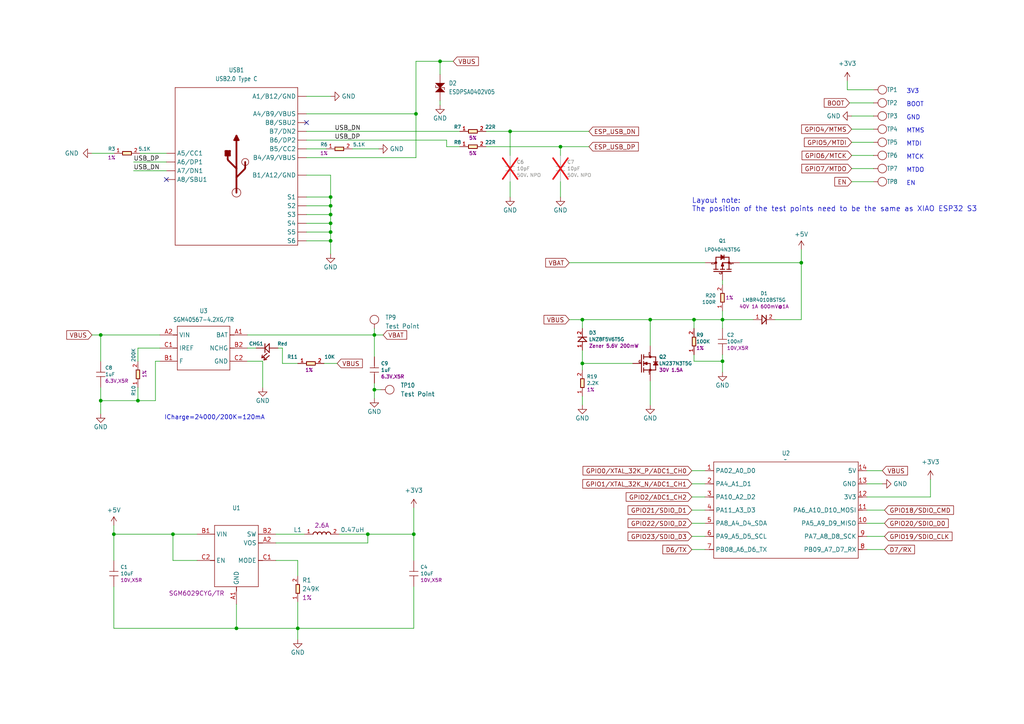
<source format=kicad_sch>
(kicad_sch (version 20250114) (generator "eeschema") (generator_version "9.0")
  (paper "A4")
  (text "MTMS" (at 262.89 38.735 0) (effects (font (size 1.27 1.27)) (justify left bottom)))
  (text "MTDI" (at 262.89 42.545 0) (effects (font (size 1.27 1.27)) (justify left bottom)))
  (text "ICharge=24000/200K=120mA" (at 47.625 121.92 0) (effects (font (size 1.27 1.27)) (justify left bottom)))
  (text "GND" (at 262.89 34.925 0) (effects (font (size 1.27 1.27)) (justify left bottom)))
  (text "MTDO" (at 262.89 50.165 0) (effects (font (size 1.27 1.27)) (justify left bottom)))
  (text "Layout note:\nThe position of the test points need to be the same as XIAO ESP32 S3" (at 200.66 61.595 0) (effects (font (size 1.5 1.5)) (justify left bottom)))
  (text "EN" (at 262.89 53.975 0) (effects (font (size 1.27 1.27)) (justify left bottom)))
  (text "MTCK" (at 262.89 46.355 0) (effects (font (size 1.27 1.27)) (justify left bottom)))
  (text "BOOT" (at 262.89 31.115 0) (effects (font (size 1.27 1.27)) (justify left bottom)))
  (text "3V3" (at 262.89 27.305 0) (effects (font (size 1.27 1.27)) (justify left bottom)))
  (junction (at 95.885 67.31))
  (junction (at 108.585 113.03))
  (junction (at 168.91 92.71))
  (junction (at 209.55 104.775))
  (junction (at 95.885 64.77))
  (junction (at 95.885 59.69))
  (junction (at 108.585 97.155))
  (junction (at 86.36 182.245))
  (junction (at 68.58 182.245))
  (junction (at 147.955 38.1))
  (junction (at 120.65 33.02))
  (junction (at 29.21 116.205))
  (junction (at 33.02 154.94))
  (junction (at 120.015 154.94))
  (junction (at 106.68 154.94))
  (junction (at 232.41 76.2))
  (junction (at 95.885 62.23))
  (junction (at 127.635 17.78))
  (junction (at 95.885 69.85))
  (junction (at 29.21 97.155))
  (junction (at 40.005 116.205))
  (junction (at 209.55 92.71))
  (junction (at 168.91 105.41))
  (junction (at 95.885 57.15))
  (junction (at 201.295 92.71))
  (junction (at 162.56 42.545))
  (junction (at 50.165 154.94))
  (junction (at 188.595 92.71))
  (no_connect (at 48.26 52.07))
  (no_connect (at 88.9 35.56))
  (wire (pts (xy 88.9 45.72) (xy 120.65 45.72)))
  (wire (pts (xy 106.68 157.48) (xy 106.68 154.94)))
  (wire (pts (xy 33.02 152.4) (xy 33.02 154.94)))
  (wire (pts (xy 253.365 48.895) (xy 247.015 48.895)))
  (wire (pts (xy 168.91 101.6) (xy 168.91 105.41)))
  (wire (pts (xy 232.41 72.39) (xy 232.41 76.2)))
  (wire (pts (xy 33.02 154.94) (xy 50.165 154.94)))
  (wire (pts (xy 200.66 151.765) (xy 204.47 151.765)))
  (wire (pts (xy 200.66 136.525) (xy 204.47 136.525)))
  (wire (pts (xy 214.63 76.2) (xy 232.41 76.2)))
  (wire (pts (xy 29.21 97.155) (xy 29.21 104.775)))
  (wire (pts (xy 33.02 170.18) (xy 33.02 182.245)))
  (wire (pts (xy 224.79 92.71) (xy 232.41 92.71)))
  (wire (pts (xy 256.54 151.765) (xy 251.46 151.765)))
  (wire (pts (xy 57.15 162.56) (xy 50.165 162.56)))
  (wire (pts (xy 95.885 57.15) (xy 95.885 59.69)))
  (wire (pts (xy 162.56 42.545) (xy 170.815 42.545)))
  (wire (pts (xy 68.58 182.245) (xy 86.36 182.245)))
  (wire (pts (xy 26.67 97.155) (xy 29.21 97.155)))
  (wire (pts (xy 188.595 110.49) (xy 188.595 117.475)))
  (wire (pts (xy 147.955 38.1) (xy 147.955 45.085)))
  (wire (pts (xy 108.585 113.03) (xy 110.49 113.03)))
  (wire (pts (xy 29.21 97.155) (xy 46.355 97.155)))
  (wire (pts (xy 88.9 57.15) (xy 95.885 57.15)))
  (wire (pts (xy 120.015 170.18) (xy 120.015 182.245)))
  (wire (pts (xy 201.295 102.87) (xy 201.295 104.775)))
  (wire (pts (xy 209.55 81.28) (xy 209.55 82.55)))
  (wire (pts (xy 80.01 154.94) (xy 88.265 154.94)))
  (wire (pts (xy 165.1 92.71) (xy 168.91 92.71)))
  (wire (pts (xy 129.54 40.64) (xy 129.54 42.545)))
  (wire (pts (xy 88.9 69.85) (xy 95.885 69.85)))
  (wire (pts (xy 168.91 105.41) (xy 168.91 107.315)))
  (wire (pts (xy 256.54 159.385) (xy 251.46 159.385)))
  (wire (pts (xy 200.66 159.385) (xy 204.47 159.385)))
  (wire (pts (xy 95.885 62.23) (xy 95.885 64.77)))
  (wire (pts (xy 88.9 62.23) (xy 95.885 62.23)))
  (wire (pts (xy 88.9 27.94) (xy 95.885 27.94)))
  (wire (pts (xy 81.915 100.965) (xy 80.645 100.965)))
  (wire (pts (xy 80.01 162.56) (xy 86.36 162.56)))
  (wire (pts (xy 201.295 92.71) (xy 201.295 95.25)))
  (wire (pts (xy 71.755 104.775) (xy 76.2 104.775)))
  (wire (pts (xy 108.585 95.25) (xy 108.585 97.155)))
  (wire (pts (xy 40.64 44.45) (xy 48.26 44.45)))
  (wire (pts (xy 50.165 162.56) (xy 50.165 154.94)))
  (wire (pts (xy 95.885 69.85) (xy 95.885 73.66)))
  (wire (pts (xy 120.65 17.78) (xy 120.65 33.02)))
  (wire (pts (xy 29.21 116.205) (xy 40.005 116.205)))
  (wire (pts (xy 127.635 17.78) (xy 127.635 21.59)))
  (wire (pts (xy 120.65 45.72) (xy 120.65 33.02)))
  (wire (pts (xy 253.365 45.085) (xy 247.015 45.085)))
  (wire (pts (xy 168.91 92.71) (xy 188.595 92.71)))
  (wire (pts (xy 80.01 157.48) (xy 106.68 157.48)))
  (wire (pts (xy 251.46 140.335) (xy 255.905 140.335)))
  (wire (pts (xy 140.97 42.545) (xy 162.56 42.545)))
  (wire (pts (xy 127.635 29.21) (xy 127.635 30.48)))
  (wire (pts (xy 38.735 46.99) (xy 48.26 46.99)))
  (wire (pts (xy 86.36 182.245) (xy 120.015 182.245)))
  (wire (pts (xy 33.02 182.245) (xy 68.58 182.245)))
  (wire (pts (xy 40.005 100.965) (xy 46.355 100.965)))
  (wire (pts (xy 201.295 104.775) (xy 209.55 104.775)))
  (wire (pts (xy 209.55 90.17) (xy 209.55 92.71)))
  (wire (pts (xy 108.585 111.125) (xy 108.585 113.03)))
  (wire (pts (xy 95.885 50.8) (xy 95.885 57.15)))
  (wire (pts (xy 209.55 92.71) (xy 218.44 92.71)))
  (wire (pts (xy 269.875 144.145) (xy 251.46 144.145)))
  (wire (pts (xy 251.46 136.525) (xy 255.905 136.525)))
  (wire (pts (xy 127.635 17.78) (xy 120.65 17.78)))
  (wire (pts (xy 120.015 147.32) (xy 120.015 154.94)))
  (wire (pts (xy 209.55 104.775) (xy 209.55 107.95)))
  (wire (pts (xy 188.595 92.71) (xy 201.295 92.71)))
  (wire (pts (xy 45.085 104.775) (xy 45.085 116.205)))
  (wire (pts (xy 200.66 140.335) (xy 204.47 140.335)))
  (wire (pts (xy 253.365 52.705) (xy 247.015 52.705)))
  (wire (pts (xy 168.91 92.71) (xy 168.91 95.25)))
  (wire (pts (xy 98.425 154.94) (xy 106.68 154.94)))
  (wire (pts (xy 256.54 155.575) (xy 251.46 155.575)))
  (wire (pts (xy 29.21 112.395) (xy 29.21 116.205)))
  (wire (pts (xy 201.295 92.71) (xy 209.55 92.71)))
  (wire (pts (xy 200.66 147.955) (xy 204.47 147.955)))
  (wire (pts (xy 81.915 105.41) (xy 81.915 100.965)))
  (wire (pts (xy 188.595 92.71) (xy 188.595 100.33)))
  (wire (pts (xy 88.9 43.18) (xy 94.615 43.18)))
  (wire (pts (xy 88.9 50.8) (xy 95.885 50.8)))
  (wire (pts (xy 71.755 97.155) (xy 108.585 97.155)))
  (wire (pts (xy 140.97 38.1) (xy 147.955 38.1)))
  (wire (pts (xy 162.56 52.705) (xy 162.56 57.15)))
  (wire (pts (xy 88.9 59.69) (xy 95.885 59.69)))
  (wire (pts (xy 245.745 23.495) (xy 245.745 26.035)))
  (wire (pts (xy 45.085 116.205) (xy 40.005 116.205)))
  (wire (pts (xy 81.915 105.41) (xy 86.36 105.41)))
  (wire (pts (xy 95.885 67.31) (xy 95.885 69.85)))
  (wire (pts (xy 108.585 113.03) (xy 108.585 115.57)))
  (wire (pts (xy 40.005 104.775) (xy 40.005 100.965)))
  (wire (pts (xy 131.445 17.78) (xy 127.635 17.78)))
  (wire (pts (xy 165.1 76.2) (xy 204.47 76.2)))
  (wire (pts (xy 246.38 29.845) (xy 253.365 29.845)))
  (wire (pts (xy 147.955 52.705) (xy 147.955 57.15)))
  (wire (pts (xy 40.005 112.395) (xy 40.005 116.205)))
  (wire (pts (xy 88.9 38.1) (xy 133.35 38.1)))
  (wire (pts (xy 71.755 100.965) (xy 74.295 100.965)))
  (wire (pts (xy 102.235 43.18) (xy 109.855 43.18)))
  (wire (pts (xy 38.735 49.53) (xy 48.26 49.53)))
  (wire (pts (xy 147.955 38.1) (xy 170.815 38.1)))
  (wire (pts (xy 86.36 162.56) (xy 86.36 167.005)))
  (wire (pts (xy 245.745 26.035) (xy 253.365 26.035)))
  (wire (pts (xy 95.885 64.77) (xy 95.885 67.31)))
  (wire (pts (xy 269.875 139.065) (xy 269.875 144.145)))
  (wire (pts (xy 120.015 154.94) (xy 120.015 162.56)))
  (wire (pts (xy 26.67 44.45) (xy 33.02 44.45)))
  (wire (pts (xy 88.9 33.02) (xy 120.65 33.02)))
  (wire (pts (xy 256.54 147.955) (xy 251.46 147.955)))
  (wire (pts (xy 168.91 105.41) (xy 183.515 105.41)))
  (wire (pts (xy 247.015 33.655) (xy 253.365 33.655)))
  (wire (pts (xy 29.21 116.205) (xy 29.21 120.015)))
  (wire (pts (xy 95.885 59.69) (xy 95.885 62.23)))
  (wire (pts (xy 68.58 175.26) (xy 68.58 182.245)))
  (wire (pts (xy 46.355 104.775) (xy 45.085 104.775)))
  (wire (pts (xy 108.585 97.155) (xy 111.125 97.155)))
  (wire (pts (xy 86.36 174.625) (xy 86.36 182.245)))
  (wire (pts (xy 253.365 37.465) (xy 247.015 37.465)))
  (wire (pts (xy 108.585 97.155) (xy 108.585 103.505)))
  (wire (pts (xy 200.66 155.575) (xy 204.47 155.575)))
  (wire (pts (xy 253.365 41.275) (xy 247.015 41.275)))
  (wire (pts (xy 168.91 114.935) (xy 168.91 117.475)))
  (wire (pts (xy 76.2 104.775) (xy 76.2 112.395)))
  (wire (pts (xy 33.02 154.94) (xy 33.02 162.56)))
  (wire (pts (xy 209.55 102.87) (xy 209.55 104.775)))
  (wire (pts (xy 129.54 42.545) (xy 133.35 42.545)))
  (wire (pts (xy 88.9 67.31) (xy 95.885 67.31)))
  (wire (pts (xy 209.55 92.71) (xy 209.55 95.25)))
  (wire (pts (xy 93.98 105.41) (xy 97.79 105.41)))
  (wire (pts (xy 106.68 154.94) (xy 120.015 154.94)))
  (wire (pts (xy 88.9 64.77) (xy 95.885 64.77)))
  (wire (pts (xy 86.36 182.245) (xy 86.36 185.42)))
  (wire (pts (xy 162.56 42.545) (xy 162.56 45.085)))
  (wire (pts (xy 232.41 76.2) (xy 232.41 92.71)))
  (wire (pts (xy 88.9 40.64) (xy 129.54 40.64)))
  (wire (pts (xy 200.66 144.145) (xy 204.47 144.145)))
  (wire (pts (xy 50.165 154.94) (xy 57.15 154.94)))
  (label "USB_DN" (at 97.028 38.1 0))
  (label "USB_DN" (at 38.735 49.53 0))
  (label "USB_DP" (at 38.735 46.99 0))
  (label "USB_DP" (at 97.028 40.64 0))
  (global_label "GPIO20{slash}SDIO_D0" (shape input) (at 256.54 151.765 0) (property "Intersheetrefs" "${INTERSHEET_REFS}" (effects (hide yes))))
  (global_label "GPIO23{slash}SDIO_D3" (shape input) (at 200.66 155.575 180) (property "Intersheetrefs" "${INTERSHEET_REFS}" (effects (hide yes))))
  (global_label "GPIO4{slash}MTMS" (shape input) (at 247.015 37.465 180) (property "Intersheetrefs" "${INTERSHEET_REFS}" (effects (hide yes))))
  (global_label "EN" (shape input) (at 247.015 52.705 180) (property "Intersheetrefs" "${INTERSHEET_REFS}" (effects (hide yes))))
  (global_label "ESP_USB_DP" (shape input) (at 170.815 42.545 0) (property "Intersheetrefs" "${INTERSHEET_REFS}" (effects (hide yes))))
  (global_label "GPIO7{slash}MTDO" (shape input) (at 247.015 48.895 180) (property "Intersheetrefs" "${INTERSHEET_REFS}" (effects (hide yes))))
  (global_label "GPIO6{slash}MTCK" (shape input) (at 247.015 45.085 180) (property "Intersheetrefs" "${INTERSHEET_REFS}" (effects (hide yes))))
  (global_label "BOOT" (shape input) (at 246.38 29.845 180) (property "Intersheetrefs" "${INTERSHEET_REFS}" (effects (hide yes))))
  (global_label "GPIO0{slash}XTAL_32K_P{slash}ADC1_CH0" (shape input) (at 200.66 136.525 180) (property "Intersheetrefs" "${INTERSHEET_REFS}" (effects (hide yes))))
  (global_label "VBAT" (shape input) (at 111.125 97.155 0) (property "Intersheetrefs" "${INTERSHEET_REFS}" (effects (hide yes))))
  (global_label "ESP_USB_DN" (shape input) (at 170.815 38.1 0) (property "Intersheetrefs" "${INTERSHEET_REFS}" (effects (hide yes))))
  (global_label "VBUS" (shape input) (at 26.67 97.155 180) (property "Intersheetrefs" "${INTERSHEET_REFS}" (effects (hide yes))))
  (global_label "GPIO19{slash}SDIO_CLK" (shape input) (at 256.54 155.575 0) (property "Intersheetrefs" "${INTERSHEET_REFS}" (effects (hide yes))))
  (global_label "VBUS" (shape input) (at 97.79 105.41 0) (property "Intersheetrefs" "${INTERSHEET_REFS}" (effects (hide yes))))
  (global_label "VBUS" (shape input) (at 165.1 92.71 180) (property "Intersheetrefs" "${INTERSHEET_REFS}" (effects (hide yes))))
  (global_label "GPIO21{slash}SDIO_D1" (shape input) (at 200.66 147.955 180) (property "Intersheetrefs" "${INTERSHEET_REFS}" (effects (hide yes))))
  (global_label "GPIO22{slash}SDIO_D2" (shape input) (at 200.66 151.765 180) (property "Intersheetrefs" "${INTERSHEET_REFS}" (effects (hide yes))))
  (global_label "GPIO2{slash}ADC1_CH2" (shape input) (at 200.66 144.145 180) (property "Intersheetrefs" "${INTERSHEET_REFS}" (effects (hide yes))))
  (global_label "VBAT" (shape input) (at 165.1 76.2 180) (property "Intersheetrefs" "${INTERSHEET_REFS}" (effects (hide yes))))
  (global_label "D7{slash}RX" (shape input) (at 256.54 159.385 0) (property "Intersheetrefs" "${INTERSHEET_REFS}" (effects (hide yes))))
  (global_label "VBUS" (shape input) (at 131.445 17.78 0) (property "Intersheetrefs" "${INTERSHEET_REFS}" (effects (hide yes))))
  (global_label "GPIO18{slash}SDIO_CMD" (shape input) (at 256.54 147.955 0) (property "Intersheetrefs" "${INTERSHEET_REFS}" (effects (hide yes))))
  (global_label "GPIO1{slash}XTAL_32K_N{slash}ADC1_CH1" (shape input) (at 200.66 140.335 180) (property "Intersheetrefs" "${INTERSHEET_REFS}" (effects (hide yes))))
  (global_label "GPIO5{slash}MTDI" (shape input) (at 247.015 41.275 180) (property "Intersheetrefs" "${INTERSHEET_REFS}" (effects (hide yes))))
  (global_label "D6{slash}TX" (shape input) (at 200.66 159.385 180) (property "Intersheetrefs" "${INTERSHEET_REFS}" (effects (hide yes))))
  (global_label "VBUS" (shape input) (at 255.905 136.525 0) (property "Intersheetrefs" "${INTERSHEET_REFS}" (effects (hide yes))))
  (symbol (lib_id "Seeed_libadl:Resistors/301013554") (at 86.36 170.815 90) (unit 1)
    (property "Reference" "R1" (at 87.63 168.275 90) (effects (justify right)))
    (property "Value" "249K" (at 87.63 170.815 90) (effects (justify right)))
    (property "Footprint" "Resistor:R0201" (effects (hide yes)))
    (property "Manufacturer" "YAGEO" (effects (hide yes)))
    (property "MPN" "RC0201FR-07249KL" (effects (hide yes)))
    (property "SKU" "301013554" (effects (hide yes)))
    (property "Resistance" "249K" (effects (hide yes)))
    (property "Part Type" "RES" (effects (hide yes)))
    (property "Power Rating" "1%" (at 87.63 173.355 90) (effects (justify right)))
    (property "Status" "XIAO" (effects (hide yes)))
    (property "Temperature" "-55°C to 125°C" (effects (hide yes)))
  )
  (symbol (lib_id "P & G:+3V3") (at 120.015 147.32 0) (unit 1)
    (property "Reference" "#PWR03" (effects (hide yes)))
    (property "Value" "+3V3" (at 120.015 142.24 0))
    (instances (project "XIAO_CV1812C_Rev1.0" (path "" (reference "#PWR066") (unit 1)) (path "" (reference "#PWR013") (unit 1)) (path "" (reference "#PWR08") (unit 1)) (path "" (reference "#PWR08") (unit 1))) (project "XIAO ESP32 C6" (path "" (reference "#PWR03") (unit 1))))
  )
  (symbol (lib_id "Seeed_libadl:Inductor/303011858") (at 93.345 154.94 0) (unit 1)
    (property "Reference" "L1" (at 86.36 153.67 0))
    (property "Value" "0.47uH" (at 102.235 153.67 0))
    (property "Footprint" "Inductor:L0603" (effects (hide yes)))
    (property "Manufacturer" "TDK" (effects (hide yes)))
    (property "MPN" "TFM160808ALC-R47MTAA" (effects (hide yes)))
    (property "SKU" "303011858" (effects (hide yes)))
    (property "Part Type" "Inductor" (effects (hide yes)))
    (property "Rating" "2.6A" (at 93.345 152.4 0))
    (property "Status" "XIAO" (effects (hide yes)))
    (property "Temperature" "-40°C to 125°C" (effects (hide yes)))
  )
  (symbol (lib_id "Seeed_libdb:Misc/TP-80X40MIL") (at 108.585 92.71 90) (unit 1)
    (property "Reference" "TP9" (at 111.76 92.0749 90) (effects (font (size 1.27 1.0795)) (justify right)))
    (property "Value" "Test Point" (at 111.76 94.615 90) (effects (justify right)))
    (property "Footprint" "Misc:TP-80X40MIL" (effects (hide yes)))
    (property "SKU" "TP-80X40MIL" (effects (hide yes)))
    (property "Part Type" "Test Point" (effects (hide yes)))
  )
  (symbol (lib_id "Seeed_libadl:Mosfet/305031466") (at 209.55 76.2 90) (unit 1)
    (property "Reference" "Q1" (at 209.55 69.85 90) (effects (font (size 1 1))))
    (property "Value" "LP0404N3T5G" (at 209.55 72.39 90) (effects (font (size 1 1))))
    (property "Footprint" "Mosfet:PMOS_1.0X0.6X0.35MM" (effects (hide yes)))
    (property "Manufacturer" "LRC" (effects (hide yes)))
    (property "MPN" "LP0404N3T5G" (effects (hide yes)))
    (property "SKU" "305031466" (effects (hide yes)))
    (property "Part Type" "PMOS" (effects (hide yes)))
    (property "Temperature" "-50°C to 150°C" (effects (hide yes)))
  )
  (symbol (lib_id "P & G:GND") (at 255.905 140.335 90) (unit 1)
    (property "Reference" "#PWR011" (effects (hide yes)))
    (property "Value" "GND" (at 259.08 140.335 90) (effects (justify right)))
    (instances (project "XIAO_CV1812C_Rev1.0" (path "" (reference "#PWR059") (unit 1)) (path "" (reference "#PWR021") (unit 1))) (project "XIAO ESP32 C6" (path "" (reference "#PWR011") (unit 1))))
  )
  (symbol (lib_id "Seeed_libadl:Misc/TP45C_SMD") (at 255.905 29.845 0) (unit 1)
    (property "Reference" "TP2" (at 257.175 29.845 0) (effects (font (size 1.27 1.0795)) (justify left)))
    (property "Value" "Test Point" (effects (hide yes)))
    (property "Footprint" "Misc:TP-D45MIL" (effects (hide yes)))
    (property "SKU" "TP45C_SMD" (effects (hide yes)))
    (property "Part Type" "Test Point" (effects (hide yes)))
  )
  (symbol (lib_id "Seeed_libadl:Module/XIAO-HALF-HOLE") (at 228.6 147.955 0) (unit 1)
    (property "Reference" "U2" (at 227.965 131.445 0) (effects (font (size 1.27 1.0795))))
    (property "Value" "~" (at 227.33 133.985 0) (effects (font (size 1.27 1.0795)) (justify left bottom)))
    (property "Footprint" "Module:MOUDLE14P-XIAO-HALF-HOLE" (effects (hide yes)))
    (property "SKU" "XIAO-HALF-HOLE" (effects (hide yes)))
  )
  (symbol (lib_id "Seeed_libadl:Misc/TP45C_SMD") (at 255.905 52.705 0) (unit 1)
    (property "Reference" "TP8" (at 260.35 52.705 0) (effects (font (size 1.27 1.0795)) (justify right)))
    (property "Value" "Test Point" (effects (hide yes)))
    (property "Footprint" "Misc:TP-D45MIL" (effects (hide yes)))
    (property "SKU" "TP45C_SMD" (effects (hide yes)))
    (property "Part Type" "Test Point" (effects (hide yes)))
  )
  (symbol (lib_id "P & G:GND") (at 168.91 117.475 0) (unit 1)
    (property "Reference" "#PWR042" (effects (hide yes)))
    (property "Value" "GND" (at 168.91 121.285 0))
    (instances (project "XIAO_CV1812C_Rev1.0" (path "" (reference "#PWR059") (unit 1)) (path "" (reference "#PWR021") (unit 1))) (project "XIAO ESP32 C6" (path "" (reference "#PWR042") (unit 1))))
  )
  (symbol (lib_id "Seeed_libadl:Misc/TP45C_SMD") (at 255.905 37.465 0) (unit 1)
    (property "Reference" "TP4" (at 260.35 37.465 0) (effects (font (size 1.27 1.0795)) (justify right)))
    (property "Value" "Test Point" (effects (hide yes)))
    (property "Footprint" "Misc:TP-D45MIL" (effects (hide yes)))
    (property "SKU" "TP45C_SMD" (effects (hide yes)))
    (property "Part Type" "Test Point" (effects (hide yes)))
  )
  (symbol (lib_id "Seeed_libadl:Resistors/301010789") (at 137.16 42.545 0) (unit 1)
    (property "Reference" "R8" (at 132.715 41.275 0) (effects (font (size 1 1))))
    (property "Value" "22R" (at 142.24 41.275 0) (effects (font (size 1 1))))
    (property "Footprint" "Resistor:R0201" (effects (hide yes)))
    (property "Manufacturer" "YAGEO" (effects (hide yes)))
    (property "MPN" "RC0201JR-0722RL" (effects (hide yes)))
    (property "SKU" "301010789" (effects (hide yes)))
    (property "Resistance" "22R" (effects (hide yes)))
    (property "Part Type" "RES" (effects (hide yes)))
    (property "Power Rating" "5%" (at 137.16 44.45 0) (effects (font (size 1 1))))
    (property "Status" "BeagleBone AI TDA4VM" (effects (hide yes)))
    (property "Temperature" "-55°C to 125°C" (effects (hide yes)))
  )
  (symbol (lib_id "Seeed_libadl:Resistors/301011319") (at 40.005 108.585 90) (unit 1)
    (property "Reference" "R10" (at 38.735 111.76 0) (effects (font (size 1 1)) (justify right)))
    (property "Value" "200K" (at 38.735 100.965 0) (effects (font (size 1 1)) (justify right)))
    (property "Footprint" "Resistor:R0201" (effects (hide yes)))
    (property "Manufacturer" "YAGEO" (effects (hide yes)))
    (property "MPN" "RC0201FR-07200KL" (effects (hide yes)))
    (property "SKU" "301011319" (effects (hide yes)))
    (property "Resistance" "200K" (effects (hide yes)))
    (property "Part Type" "RES" (effects (hide yes)))
    (property "Power Rating" "1%" (at 41.91 107.315 0) (effects (font (size 1 1)) (justify right)))
    (property "Status" "XIAO" (effects (hide yes)))
    (property "Temperature" "-55°C to 125°C" (effects (hide yes)))
  )
  (symbol (lib_id "Seeed_libadl:Capacitors/302010367") (at 162.56 48.895 0) (unit 1) (dnp yes)
    (property "Reference" "C7" (at 164.465 46.99 0) (effects (font (size 1 1)) (justify left)))
    (property "Value" "10pF" (at 164.465 48.895 0) (effects (font (size 1 1)) (justify left)))
    (property "Footprint" "Capacitor:C0201" (effects (hide yes)))
    (property "Manufacturer" "YAGEO" (effects (hide yes)))
    (property "MPN" "CC0201JRNPO8BN100" (effects (hide yes)))
    (property "SKU" "302010367" (effects (hide yes)))
    (property "Part Type" "Ceramic" (effects (hide yes)))
    (property "Voltage Rating" "50V，NPO" (at 164.465 50.8 0) (effects (font (size 1 1)) (justify left)))
    (property "Status" "TRACKER" (effects (hide yes)))
    (property "Temperature" "-55℃ to 125℃" (effects (hide yes)))
  )
  (symbol (lib_id "Seeed_libadl:Capacitors/302010367") (at 147.955 48.895 0) (unit 1) (dnp yes)
    (property "Reference" "C6" (at 149.86 46.99 0) (effects (font (size 1 1)) (justify left)))
    (property "Value" "10pF" (at 149.86 48.8949 0) (effects (font (size 1 1)) (justify left)))
    (property "Footprint" "Capacitor:C0201" (effects (hide yes)))
    (property "Manufacturer" "YAGEO" (effects (hide yes)))
    (property "MPN" "CC0201JRNPO8BN100" (effects (hide yes)))
    (property "SKU" "302010367" (effects (hide yes)))
    (property "Part Type" "Ceramic" (effects (hide yes)))
    (property "Voltage Rating" "50V，NPO" (at 149.86 50.8 0) (effects (font (size 1 1)) (justify left)))
    (property "Status" "TRACKER" (effects (hide yes)))
    (property "Temperature" "-55℃ to 125℃" (effects (hide yes)))
  )
  (symbol (lib_id "Seeed_libadl:Misc/TP45C_SMD") (at 255.905 33.655 0) (unit 1)
    (property "Reference" "TP3" (at 260.35 33.655 0) (effects (font (size 1.27 1.0795)) (justify right)))
    (property "Value" "Test Point" (effects (hide yes)))
    (property "Footprint" "Misc:TP-D45MIL" (effects (hide yes)))
    (property "SKU" "TP45C_SMD" (effects (hide yes)))
    (property "Part Type" "Test Point" (effects (hide yes)))
  )
  (symbol (lib_id "Seeed_libadl:Connector/320010943") (at 68.58 48.26 0) (mirror y) (unit 1)
    (property "Reference" "USB1" (at 68.58 20.32 0) (effects (font (size 1.27 1.0795))))
    (property "Value" "USB2.0 Type C" (at 68.58 22.86 0) (effects (font (size 1.27 1.0795))))
    (property "Footprint" "Connector:USB2.0-TYPE-C" (effects (hide yes)))
    (property "Manufacturer" "MTCONN" (effects (hide yes)))
    (property "MPN" "UBF31-0171" (effects (hide yes)))
    (property "SKU" "320011358" (effects (hide yes)))
  )
  (symbol (lib_id "P & G:+3V3") (at 245.745 23.495 0) (unit 1)
    (property "Reference" "#PWR051" (effects (hide yes)))
    (property "Value" "+3V3" (at 245.745 18.415 0))
    (instances (project "XIAO_CV1812C_Rev1.0" (path "" (reference "#PWR066") (unit 1)) (path "" (reference "#PWR013") (unit 1)) (path "" (reference "#PWR08") (unit 1)) (path "" (reference "#PWR08") (unit 1))) (project "XIAO ESP32 C6" (path "" (reference "#PWR051") (unit 1))))
  )
  (symbol (lib_id "P & G:GND") (at 86.36 185.42 0) (unit 1)
    (property "Reference" "#PWR02" (effects (hide yes)))
    (property "Value" "GND" (at 86.36 189.23 0))
    (instances (project "XIAO_CV1812C_Rev1.0" (path "" (reference "#PWR059") (unit 1)) (path "" (reference "#PWR021") (unit 1))) (project "XIAO ESP32 C6" (path "" (reference "#PWR02") (unit 1))))
  )
  (symbol (lib_id "P & G:GND") (at 162.56 57.15 0) (unit 1)
    (property "Reference" "#PWR013" (effects (hide yes)))
    (property "Value" "GND" (at 162.56 60.96 0))
    (instances (project "XIAO_CV1812C_Rev1.0" (path "" (reference "#PWR059") (unit 1)) (path "" (reference "#PWR021") (unit 1))) (project "XIAO ESP32 C6" (path "" (reference "#PWR013") (unit 1))))
  )
  (symbol (lib_id "Seeed_libadl:Resistors/301010524") (at 209.55 86.36 270) (mirror x) (unit 1)
    (property "Reference" "R20" (at 207.645 85.725 90) (effects (font (size 1 1)) (justify right)))
    (property "Value" "100R" (at 207.645 87.63 90) (effects (font (size 1 1)) (justify right)))
    (property "Footprint" "Resistor:R0201" (effects (hide yes)))
    (property "Manufacturer" "YAGEO" (effects (hide yes)))
    (property "MPN" "RC0201FR-07100RL" (effects (hide yes)))
    (property "SKU" "301010524" (effects (hide yes)))
    (property "Resistance" "100R" (effects (hide yes)))
    (property "Part Type" "RES" (effects (hide yes)))
    (property "Power Rating" "1%" (at 212.725 86.36 90) (effects (font (size 1 1)) (justify right)))
    (property "Status" "BeagleBone AI TDA4VM" (effects (hide yes)))
    (property "Temperature" "-55°C to 125°C" (effects (hide yes)))
  )
  (symbol (lib_id "Seeed_libadl:Diode/304021082") (at 168.91 97.79 90) (unit 1)
    (property "Reference" "D3" (at 170.815 96.5201 90) (effects (font (size 1 1)) (justify right)))
    (property "Value" "LNZ8F5V6T5G" (at 170.815 98.425 90) (effects (font (size 1 1)) (justify right)))
    (property "Footprint" "Diode:DFN1006-2L" (effects (hide yes)))
    (property "Manufacturer" "LRC" (effects (hide yes)))
    (property "MPN" "LNZ8F5V6T5G" (effects (hide yes)))
    (property "Part Type" "Diode" (effects (hide yes)))
    (property "Rating" "Zener 5.6V 200mW" (at 170.815 100.3301 90) (effects (font (size 1 1)) (justify right)))
    (property "Temperature" "-40°C to 85°C" (effects (hide yes)))
  )
  (symbol (lib_id "Seeed_libadl:Diode/304090122") (at 78.105 100.965 180) (unit 1)
    (property "Reference" "CHG1" (at 74.295 99.695 0) (effects (font (size 1 1))))
    (property "Value" "Red" (at 81.915 99.695 0) (effects (font (size 1 1))))
    (property "Footprint" "Diode:LED-0402" (effects (hide yes)))
    (property "Manufacturer" "Bright" (effects (hide yes)))
    (property "MPN" "BL-HUB37A-AV-TRB" (effects (hide yes)))
    (property "SKU" "304090122" (effects (hide yes)))
    (property "Part Type" "LED" (effects (hide yes)))
    (property "Status" "ST" (effects (hide yes)))
    (property "Temperature" "-40°C to 85°C" (effects (hide yes)))
  )
  (symbol (lib_id "P & G:GND") (at 26.67 44.45 270) (unit 1)
    (property "Reference" "#PWR04" (effects (hide yes)))
    (property "Value" "GND" (at 22.86 44.45 90) (effects (justify right)))
    (instances (project "XIAO_CV1812C_Rev1.0" (path "" (reference "#PWR059") (unit 1)) (path "" (reference "#PWR021") (unit 1))) (project "XIAO ESP32 C6" (path "" (reference "#PWR04") (unit 1))))
  )
  (symbol (lib_id "Seeed_libadl:Resistors/301010753") (at 168.91 111.125 90) (unit 1)
    (property "Reference" "R19" (at 170.18 109.22 90) (effects (font (size 1 1)) (justify right)))
    (property "Value" "2.2K" (at 170.18 111.1249 90) (effects (font (size 1 1)) (justify right)))
    (property "Footprint" "Resistor:R0201" (effects (hide yes)))
    (property "Manufacturer" "YAGEO" (effects (hide yes)))
    (property "MPN" "RC0201FR-072K2L" (effects (hide yes)))
    (property "SKU" "301010753" (effects (hide yes)))
    (property "Resistance" "2.2K" (effects (hide yes)))
    (property "Part Type" "RES" (effects (hide yes)))
    (property "Power Rating" "1%" (at 170.18 113.03 90) (effects (font (size 1 1)) (justify right)))
    (property "Status" "BeagleBone AI TDA4VM" (effects (hide yes)))
    (property "Temperature" "-55°C to 125°C" (effects (hide yes)))
  )
  (symbol (lib_id "P & G:GND") (at 127.635 30.48 0) (unit 1)
    (property "Reference" "#PWR041" (effects (hide yes)))
    (property "Value" "GND" (at 127.635 34.29 0))
    (instances (project "XIAO_CV1812C_Rev1.0" (path "" (reference "#PWR059") (unit 1)) (path "" (reference "#PWR021") (unit 1))) (project "XIAO ESP32 C6" (path "" (reference "#PWR041") (unit 1))))
  )
  (symbol (lib_id "Seeed_libadl:Capacitors/302010270") (at 29.21 108.585 0) (unit 1)
    (property "Reference" "C8" (at 30.48 106.68 0) (effects (font (size 1 1)) (justify left)))
    (property "Value" "1uF" (at 30.48 108.585 0) (effects (font (size 1 1)) (justify left)))
    (property "Footprint" "Capacitor:C0201" (effects (hide yes)))
    (property "Manufacturer" "YAGEO" (effects (hide yes)))
    (property "MPN" "CC0201MRX5R5BB105" (effects (hide yes)))
    (property "SKU" "302010270" (effects (hide yes)))
    (property "Part Type" "Ceramic" (effects (hide yes)))
    (property "Voltage Rating" "6.3V,X5R" (at 30.48 110.49 0) (effects (font (size 1 1)) (justify left)))
    (property "Status" "ODYSSEY-i.MX8M" (effects (hide yes)))
    (property "Temperature" "-55°C to 85°C" (effects (hide yes)))
  )
  (symbol (lib_id "Seeed_libadl:Ic/310032697") (at 59.055 100.965 0) (unit 1)
    (property "Reference" "U3" (at 59.055 90.17 0) (effects (font (size 1.27 1.0795))))
    (property "Value" "SGM40567-4.2XG/TR" (at 59.055 92.71 0) (effects (font (size 1.27 1.0795))))
    (property "Footprint" "Ic:WLCSP-0.4-0.92X1.16X0.4MM" (effects (hide yes)))
    (property "Manufacturer" "SGMICRO" (effects (hide yes)))
    (property "MPN" "SGM40567-4.2XG/TR" (effects (hide yes)))
    (property "SKU" "310032697" (effects (hide yes)))
    (property "Part Type" "PMIC" (effects (hide yes)))
  )
  (symbol (lib_id "Seeed_libdb:Misc/TP-80X40MIL") (at 113.03 113.03 0) (unit 1)
    (property "Reference" "TP10" (at 116.205 111.7599 0) (effects (font (size 1.27 1.0795)) (justify left)))
    (property "Value" "Test Point" (at 116.205 114.3 0) (effects (justify left)))
    (property "Footprint" "Misc:TP-80X40MIL" (effects (hide yes)))
    (property "SKU" "TP-80X40MIL" (effects (hide yes)))
    (property "Part Type" "Test Point" (effects (hide yes)))
  )
  (symbol (lib_id "Seeed_libadl:Capacitors/302010271") (at 209.55 99.06 0) (unit 1)
    (property "Reference" "C2" (at 210.82 97.155 0) (effects (font (size 1 1)) (justify left)))
    (property "Value" "100nF" (at 210.82 99.06 0) (effects (font (size 1 1)) (justify left)))
    (property "Footprint" "Capacitor:C0201" (effects (hide yes)))
    (property "Manufacturer" "YAGEO" (effects (hide yes)))
    (property "MPN" "CC0201KRX5R6BB104" (effects (hide yes)))
    (property "SKU" "302010271" (effects (hide yes)))
    (property "Part Type" "Ceramic" (effects (hide yes)))
    (property "Voltage Rating" "10V,X5R" (at 210.82 100.965 0) (effects (font (size 1 1)) (justify left)))
    (property "Status" "ODYSSEY-i.MX8M" (effects (hide yes)))
    (property "Temperature" "-55°C to 85°C" (effects (hide yes)))
  )
  (symbol (lib_id "Seeed_libadl:Resistors/301010526") (at 90.17 105.41 0) (unit 1)
    (property "Reference" "R11" (at 86.36 103.505 0) (effects (font (size 1 1)) (justify right)))
    (property "Value" "10K" (at 97.155 103.505 0) (effects (font (size 1 1)) (justify right)))
    (property "Footprint" "Resistor:R0201" (effects (hide yes)))
    (property "Manufacturer" "YAGEO" (effects (hide yes)))
    (property "MPN" "RC0201FR-0710KL" (effects (hide yes)))
    (property "SKU" "301010526" (effects (hide yes)))
    (property "Resistance" "10K" (effects (hide yes)))
    (property "Part Type" "RES" (effects (hide yes)))
    (property "Power Rating" "1%" (at 90.805 107.315 0) (effects (font (size 1 1)) (justify right)))
    (property "Status" "BeagleBone AI TDA4VM" (effects (hide yes)))
    (property "Temperature" "-55°C to 125°C" (effects (hide yes)))
  )
  (symbol (lib_id "P & G:GND") (at 109.855 43.18 90) (unit 1)
    (property "Reference" "#PWR05" (effects (hide yes)))
    (property "Value" "GND" (at 113.03 43.18 90) (effects (justify right)))
    (instances (project "XIAO_CV1812C_Rev1.0" (path "" (reference "#PWR059") (unit 1)) (path "" (reference "#PWR021") (unit 1))) (project "XIAO ESP32 C6" (path "" (reference "#PWR05") (unit 1))))
  )
  (symbol (lib_id "Seeed_libadl:Capacitors/302010053") (at 120.015 166.37 0) (unit 1)
    (property "Reference" "C4" (at 121.92 164.4651 0) (effects (font (size 1 1)) (justify left)))
    (property "Value" "10uF" (at 121.92 166.37 0) (effects (font (size 1 1)) (justify left)))
    (property "Footprint" "Capacitor:C0402" (effects (hide yes)))
    (property "Manufacturer" "YAGEO" (effects (hide yes)))
    (property "MPN" "CC0402MRX5R6BB106" (effects (hide yes)))
    (property "SKU" "302010519" (effects (hide yes)))
    (property "Part Type" "Ceramic" (effects (hide yes)))
    (property "Voltage Rating" "10V,X5R" (at 121.92 168.2751 0) (effects (font (size 1 1)) (justify left)))
    (property "Status" "ST" (effects (hide yes)))
    (property "Temperature" "-55°C to 85°C" (effects (hide yes)))
  )
  (symbol (lib_id "P & G:GND") (at 76.2 112.395 0) (unit 1)
    (property "Reference" "#PWR016" (effects (hide yes)))
    (property "Value" "GND" (at 76.2 116.205 0))
    (instances (project "XIAO_CV1812C_Rev1.0" (path "" (reference "#PWR059") (unit 1)) (path "" (reference "#PWR021") (unit 1))) (project "XIAO ESP32 C6" (path "" (reference "#PWR016") (unit 1))))
  )
  (symbol (lib_id "Seeed_libadl:Resistors/301010765") (at 201.295 99.06 90) (unit 1)
    (property "Reference" "R9" (at 201.93 97.155 90) (effects (font (size 1 1)) (justify right)))
    (property "Value" "100K" (at 201.93 99.06 90) (effects (font (size 1 1)) (justify right)))
    (property "Footprint" "Resistor:R0201" (effects (hide yes)))
    (property "Manufacturer" "YAGEO" (effects (hide yes)))
    (property "MPN" "RC0201FR-07100KL" (effects (hide yes)))
    (property "SKU" "301010765" (effects (hide yes)))
    (property "Resistance" "100K" (effects (hide yes)))
    (property "Part Type" "RES" (effects (hide yes)))
    (property "Power Rating" "1%" (at 201.93 100.965 90) (effects (font (size 1 1)) (justify right)))
    (property "Status" "XIAO" (effects (hide yes)))
    (property "Temperature" "-55°C to 125°C" (effects (hide yes)))
  )
  (symbol (lib_id "Seeed_libadl:Capacitors/302010053") (at 33.02 166.37 0) (unit 1)
    (property "Reference" "C1" (at 34.925 164.4651 0) (effects (font (size 1 1)) (justify left)))
    (property "Value" "10uF" (at 34.925 166.37 0) (effects (font (size 1 1)) (justify left)))
    (property "Footprint" "Capacitor:C0402" (effects (hide yes)))
    (property "Manufacturer" "YAGEO" (effects (hide yes)))
    (property "MPN" "CC0402MRX5R6BB106" (effects (hide yes)))
    (property "SKU" "302010519" (effects (hide yes)))
    (property "Part Type" "Ceramic" (effects (hide yes)))
    (property "Voltage Rating" "10V,X5R" (at 34.925 168.2751 0) (effects (font (size 1 1)) (justify left)))
    (property "Status" "ST" (effects (hide yes)))
    (property "Temperature" "-55°C to 85°C" (effects (hide yes)))
  )
  (symbol (lib_id "P & G:GND") (at 29.21 120.015 0) (unit 1)
    (property "Reference" "#PWR015" (effects (hide yes)))
    (property "Value" "GND" (at 29.21 123.825 0))
    (instances (project "XIAO_CV1812C_Rev1.0" (path "" (reference "#PWR059") (unit 1)) (path "" (reference "#PWR021") (unit 1))) (project "XIAO ESP32 C6" (path "" (reference "#PWR015") (unit 1))))
  )
  (symbol (lib_id "Seeed_libadl:Ic/310032702") (at 68.58 160.02 0) (unit 1)
    (property "Reference" "U1" (at 68.58 147.32 0) (effects (font (size 1.27 1.0795))))
    (property "Value" "SMD IC PMIC;DCDC Buck-ADJ-1A,Vin 1.95V to 5.5V,Vout 1.8V to 3.3V;WLCSP-6B" (effects (hide yes)))
    (property "Footprint" "Ic:BGA6-0.35-0.745X10.95X0.4MM" (effects (hide yes)))
    (property "Manufacturer" "SGMICRO" (effects (hide yes)))
    (property "MPN" "SGM6029CYG/TR	" (at 59.055 172.085 0))
    (property "SKU" "310032702" (effects (hide yes)))
    (property "Part Type" "DCDC" (effects (hide yes)))
    (property "Temperature" "-40°C to 125°C" (effects (hide yes)))
  )
  (symbol (lib_id "Seeed_libadl:Resistors/301010789") (at 137.16 38.1 0) (unit 1)
    (property "Reference" "R7" (at 132.715 36.83 0) (effects (font (size 1 1))))
    (property "Value" "22R" (at 142.24 36.83 0) (effects (font (size 1 1))))
    (property "Footprint" "Resistor:R0201" (effects (hide yes)))
    (property "Manufacturer" "YAGEO" (effects (hide yes)))
    (property "MPN" "RC0201JR-0722RL" (effects (hide yes)))
    (property "SKU" "301010789" (effects (hide yes)))
    (property "Resistance" "22R" (effects (hide yes)))
    (property "Part Type" "RES" (effects (hide yes)))
    (property "Power Rating" "5%" (at 137.16 40.005 0) (effects (font (size 1 1))))
    (property "Status" "BeagleBone AI TDA4VM" (effects (hide yes)))
    (property "Temperature" "-55°C to 125°C" (effects (hide yes)))
  )
  (symbol (lib_id "P & G:+5V") (at 33.02 152.4 0) (unit 1)
    (property "Reference" "#PWR01" (effects (hide yes)))
    (property "Value" "+5V" (at 33.02 147.955 0))
    (instances (project "XIAO_CV1812C_Rev1.0" (path "" (reference "#PWR060") (unit 1)) (path "" (reference "#PWR044") (unit 1))) (project "XIAO ESP32 C6" (path "" (reference "#PWR01") (unit 1))))
  )
  (symbol (lib_id "Seeed_libadl:Mosfet/305030000") (at 188.595 105.41 0) (unit 1)
    (property "Reference" "Q2" (at 191.135 103.505 0) (effects (font (size 1 1)) (justify left)))
    (property "Value" "LN237N3T5G" (at 191.135 105.41 0) (effects (font (size 1 1)) (justify left)))
    (property "Footprint" "Mosfet:PMOS_1.0X0.6X0.35MM" (effects (hide yes)))
    (property "Manufacturer" "LRC" (effects (hide yes)))
    (property "MPN" "LN237N3T5G" (effects (hide yes)))
    (property "Part Type" "NMOS" (effects (hide yes)))
    (property "Rating" "30V 1.5A" (at 191.135 107.315 0) (effects (font (size 1 1)) (justify left)))
    (property "Status" "XIAO ESP32 C6" (effects (hide yes)))
    (property "Temperature" "-55°C to 150°C" (effects (hide yes)))
  )
  (symbol (lib_id "Seeed_libadl:Misc/TP45C_SMD") (at 255.905 26.035 0) (unit 1)
    (property "Reference" "TP1" (at 257.175 26.035 0) (effects (font (size 1.27 1.0795)) (justify left)))
    (property "Value" "Test Point" (effects (hide yes)))
    (property "Footprint" "Misc:TP-D45MIL" (effects (hide yes)))
    (property "SKU" "TP45C_SMD" (effects (hide yes)))
    (property "Part Type" "Test Point" (effects (hide yes)))
  )
  (symbol (lib_id "Seeed_libadl:Resistors/301010885") (at 98.425 43.18 0) (unit 1)
    (property "Reference" "R6" (at 93.98 41.91 0) (effects (font (size 1 1))))
    (property "Value" "5.1K" (at 104.14 41.91 0) (effects (font (size 1 1))))
    (property "Footprint" "Resistor:R0201" (effects (hide yes)))
    (property "Manufacturer" "YAGEO" (effects (hide yes)))
    (property "MPN" "RC0201FR-075K1L" (effects (hide yes)))
    (property "SKU" "301010885" (effects (hide yes)))
    (property "Resistance" "5.1K" (effects (hide yes)))
    (property "Part Type" "RES" (effects (hide yes)))
    (property "Power Rating" "1%" (at 93.98 44.45 0) (effects (font (size 1 1))))
    (property "Status" "XIAO" (effects (hide yes)))
    (property "Temperature" "-55°C to 125°C" (effects (hide yes)))
  )
  (symbol (lib_id "P & G:GND") (at 188.595 117.475 0) (unit 1)
    (property "Reference" "#PWR043" (effects (hide yes)))
    (property "Value" "GND" (at 188.595 121.285 0))
    (instances (project "XIAO_CV1812C_Rev1.0" (path "" (reference "#PWR059") (unit 1)) (path "" (reference "#PWR021") (unit 1))) (project "XIAO ESP32 C6" (path "" (reference "#PWR043") (unit 1))))
  )
  (symbol (lib_id "Seeed_libadl:Misc/TP45C_SMD") (at 255.905 48.895 0) (unit 1)
    (property "Reference" "TP7" (at 260.35 48.895 0) (effects (font (size 1.27 1.0795)) (justify right)))
    (property "Value" "Test Point" (effects (hide yes)))
    (property "Footprint" "Misc:TP-D45MIL" (effects (hide yes)))
    (property "SKU" "TP45C_SMD" (effects (hide yes)))
    (property "Part Type" "Test Point" (effects (hide yes)))
  )
  (symbol (lib_id "Seeed_libadl:Capacitors/302010270") (at 108.585 107.315 0) (unit 1)
    (property "Reference" "C9" (at 110.49 105.41 0) (effects (font (size 1 1)) (justify left)))
    (property "Value" "1uF" (at 110.49 107.315 0) (effects (font (size 1 1)) (justify left)))
    (property "Footprint" "Capacitor:C0201" (effects (hide yes)))
    (property "Manufacturer" "YAGEO" (effects (hide yes)))
    (property "MPN" "CC0201MRX5R5BB105" (effects (hide yes)))
    (property "SKU" "302010270" (effects (hide yes)))
    (property "Part Type" "Ceramic" (effects (hide yes)))
    (property "Voltage Rating" "6.3V,X5R" (at 110.49 109.22 0) (effects (font (size 1 1)) (justify left)))
    (property "Status" "ODYSSEY-i.MX8M" (effects (hide yes)))
    (property "Temperature" "-55°C to 85°C" (effects (hide yes)))
  )
  (symbol (lib_id "P & G:GND") (at 247.015 33.655 270) (unit 1)
    (property "Reference" "#PWR014" (effects (hide yes)))
    (property "Value" "GND" (at 243.84 33.655 90) (effects (justify right)))
    (instances (project "XIAO_CV1812C_Rev1.0" (path "" (reference "#PWR059") (unit 1)) (path "" (reference "#PWR021") (unit 1))) (project "XIAO ESP32 C6" (path "" (reference "#PWR014") (unit 1))))
  )
  (symbol (lib_id "Seeed_libadl:Resistors/301010885") (at 36.83 44.45 0) (unit 1)
    (property "Reference" "R3" (at 32.385 43.18 0) (effects (font (size 1 1))))
    (property "Value" "5.1K" (at 41.91 43.18 0) (effects (font (size 1 1))))
    (property "Footprint" "Resistor:R0201" (effects (hide yes)))
    (property "Manufacturer" "YAGEO" (effects (hide yes)))
    (property "MPN" "RC0201FR-075K1L" (effects (hide yes)))
    (property "SKU" "301010885" (effects (hide yes)))
    (property "Resistance" "5.1K" (effects (hide yes)))
    (property "Part Type" "RES" (effects (hide yes)))
    (property "Power Rating" "1%" (at 32.385 45.72 0) (effects (font (size 1 1))))
    (property "Status" "XIAO" (effects (hide yes)))
    (property "Temperature" "-55°C to 125°C" (effects (hide yes)))
  )
  (symbol (lib_id "P & G:GND") (at 209.55 107.95 0) (unit 1)
    (property "Reference" "#PWR08" (effects (hide yes)))
    (property "Value" "GND" (at 209.55 111.76 0))
    (instances (project "XIAO_CV1812C_Rev1.0" (path "" (reference "#PWR059") (unit 1)) (path "" (reference "#PWR021") (unit 1))) (project "XIAO ESP32 C6" (path "" (reference "#PWR08") (unit 1))))
  )
  (symbol (lib_id "P & G:GND") (at 95.885 73.66 0) (unit 1)
    (property "Reference" "#PWR06" (effects (hide yes)))
    (property "Value" "GND" (at 95.885 77.47 0))
    (instances (project "XIAO_CV1812C_Rev1.0" (path "" (reference "#PWR059") (unit 1)) (path "" (reference "#PWR021") (unit 1))) (project "XIAO ESP32 C6" (path "" (reference "#PWR06") (unit 1))))
  )
  (symbol (lib_id "P & G:GND") (at 108.585 115.57 0) (unit 1)
    (property "Reference" "#PWR017" (effects (hide yes)))
    (property "Value" "GND" (at 108.585 119.38 0))
    (instances (project "XIAO_CV1812C_Rev1.0" (path "" (reference "#PWR059") (unit 1)) (path "" (reference "#PWR021") (unit 1))) (project "XIAO ESP32 C6" (path "" (reference "#PWR017") (unit 1))))
  )
  (symbol (lib_id "Seeed_libadl:Misc/TP45C_SMD") (at 255.905 45.085 0) (unit 1)
    (property "Reference" "TP6" (at 260.35 45.085 0) (effects (font (size 1.27 1.0795)) (justify right)))
    (property "Value" "Test Point" (effects (hide yes)))
    (property "Footprint" "Misc:TP-D45MIL" (effects (hide yes)))
    (property "SKU" "TP45C_SMD" (effects (hide yes)))
    (property "Part Type" "Test Point" (effects (hide yes)))
  )
  (symbol (lib_id "P & G:+3V3") (at 269.875 139.065 0) (unit 1)
    (property "Reference" "#PWR012" (effects (hide yes)))
    (property "Value" "+3V3" (at 269.875 133.985 0))
    (instances (project "XIAO_CV1812C_Rev1.0" (path "" (reference "#PWR066") (unit 1)) (path "" (reference "#PWR013") (unit 1)) (path "" (reference "#PWR08") (unit 1)) (path "" (reference "#PWR08") (unit 1))) (project "XIAO ESP32 C6" (path "" (reference "#PWR012") (unit 1))))
  )
  (symbol (lib_id "Seeed_libadl:Diode/304021082") (at 222.25 92.71 0) (unit 1)
    (property "Reference" "D1" (at 221.615 85.09 0) (effects (font (size 1 1))))
    (property "Value" "LMBR4010BST5G" (at 221.615 86.995 0) (effects (font (size 1 1))))
    (property "Footprint" "Diode:DFN1006-2L" (effects (hide yes)))
    (property "Manufacturer" "LRC" (effects (hide yes)))
    (property "MPN" "LMBR4010BST5G" (effects (hide yes)))
    (property "SKU" "304021082" (effects (hide yes)))
    (property "Part Type" "Diode" (effects (hide yes)))
    (property "Rating" "40V 1A 600mV@1A" (at 221.615 88.9 0) (effects (font (size 1 1))))
    (property "Temperature" "-50°C to 125°C" (effects (hide yes)))
  )
  (symbol (lib_id "Seeed_libadl:Diode/DOUBLE-ESD-2P") (at 127.635 25.4 90) (unit 1)
    (property "Reference" "D2" (at 130.175 24.1299 90) (effects (font (size 1.27 1.0795)) (justify right)))
    (property "Value" "ESDPSA0402V05" (at 130.175 26.6699 90) (effects (font (size 1.27 1.0795)) (justify right)))
    (property "Footprint" "Diode:ESD-0402" (effects (hide yes)))
    (property "Manufacturer" "SEMITEL" (effects (hide yes)))
    (property "MPN" "ESDPSA0402V05" (effects (hide yes)))
    (property "SKU" "304060074" (effects (hide yes)))
    (property "Part Type" "ESD" (effects (hide yes)))
  )
  (symbol (lib_id "P & G:GND") (at 147.955 57.15 0) (unit 1)
    (property "Reference" "#PWR09" (effects (hide yes)))
    (property "Value" "GND" (at 147.955 60.96 0))
    (instances (project "XIAO_CV1812C_Rev1.0" (path "" (reference "#PWR059") (unit 1)) (path "" (reference "#PWR021") (unit 1))) (project "XIAO ESP32 C6" (path "" (reference "#PWR09") (unit 1))))
  )
  (symbol (lib_id "P & G:GND") (at 95.885 27.94 90) (unit 1)
    (property "Reference" "#PWR07" (effects (hide yes)))
    (property "Value" "GND" (at 99.06 27.94 90) (effects (justify right)))
    (instances (project "XIAO_CV1812C_Rev1.0" (path "" (reference "#PWR059") (unit 1)) (path "" (reference "#PWR021") (unit 1))) (project "XIAO ESP32 C6" (path "" (reference "#PWR07") (unit 1))))
  )
  (symbol (lib_id "P & G:+5V") (at 232.41 72.39 0) (unit 1)
    (property "Reference" "#PWR010" (effects (hide yes)))
    (property "Value" "+5V" (at 232.41 67.945 0))
    (instances (project "XIAO_CV1812C_Rev1.0" (path "" (reference "#PWR060") (unit 1)) (path "" (reference "#PWR044") (unit 1))) (project "XIAO ESP32 C6" (path "" (reference "#PWR010") (unit 1))))
  )
  (symbol (lib_id "Seeed_libadl:Misc/TP45C_SMD") (at 255.905 41.275 0) (unit 1)
    (property "Reference" "TP5" (at 260.35 41.275 0) (effects (font (size 1.27 1.0795)) (justify right)))
    (property "Value" "Test Point" (effects (hide yes)))
    (property "Footprint" "Misc:TP-D45MIL" (effects (hide yes)))
    (property "SKU" "TP45C_SMD" (effects (hide yes)))
    (property "Part Type" "Test Point" (effects (hide yes)))
  )
)
</source>
